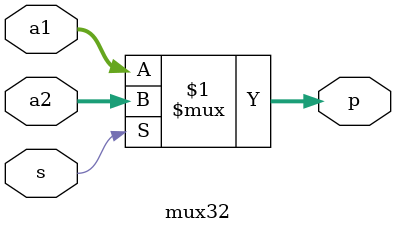
<source format=v>
`timescale 1ns / 1ps
module mux32(
	input wire [31:0] a1,
	input wire [31:0] a2,
	input wire s,
	output wire [31:0] p
);
	 
	assign p = s ? a2 : a1;


endmodule

</source>
